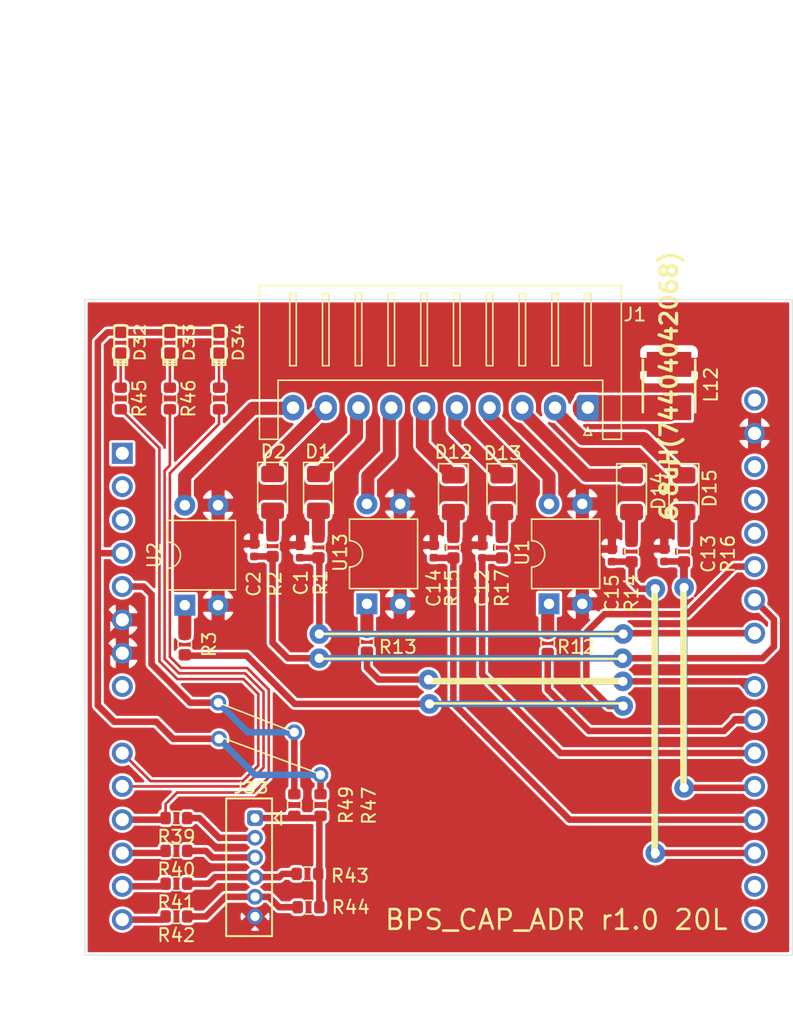
<source format=kicad_pcb>
(kicad_pcb (version 20171130) (host pcbnew "(5.1.7)-1")
  (layers (0 F.Cu signal) (31 B.Cu signal) (34 B.Paste user) (35 F.Paste user) (36 B.SilkS user) (37 F.SilkS user) (38 B.Mask user) (39 F.Mask user) (44 Edge.Cuts user))
  (net 0 "")
  (net 1 "Net-(A12-Pad16)")
  (net 2 "Net-(A12-Pad15)")
  (net 3 "Net-(A12-Pad14)")
  (net 4 "Net-(A12-Pad13)")
  (net 5 "Net-(A12-Pad28)")
  (net 6 "Net-(A12-Pad12)")
  (net 7 "Net-(A12-Pad27)")
  (net 8 "Net-(A12-Pad11)")
  (net 9 "Net-(A12-Pad26)")
  (net 10 "Net-(A12-Pad10)")
  (net 11 "Net-(A12-Pad25)")
  (net 12 "Net-(A12-Pad9)")
  (net 13 "Net-(A12-Pad24)")
  (net 14 "Net-(A12-Pad8)")
  (net 15 "Net-(A12-Pad23)")
  (net 16 GND)
  (net 17 "Net-(A12-Pad22)")
  (net 18 "Net-(A12-Pad21)")
  (net 19 "Net-(A12-Pad20)")
  (net 20 "Net-(A12-Pad19)")
  (net 21 "Net-(A12-Pad3)")
  (net 22 "Net-(A12-Pad18)")
  (net 23 "Net-(A12-Pad2)")
  (net 24 "Net-(A12-Pad17)")
  (net 25 "Net-(A12-Pad1)")
  (net 26 "Net-(A12-Pad30)")
  (net 27 "Net-(D12-Pad2)")
  (net 28 WhiteSensor)
  (net 29 "Net-(D13-Pad2)")
  (net 30 PassSensor_Area3)
  (net 31 "Net-(D14-Pad2)")
  (net 32 PE_Camera_B17)
  (net 33 "Net-(D15-Pad2)")
  (net 34 PassSensor_Area2)
  (net 35 AIR3_Y012)
  (net 36 DeviceGND)
  (net 37 AIR2_Y006)
  (net 38 "Net-(R12-Pad2)")
  (net 39 "Net-(R13-Pad2)")
  (net 40 "Net-(D1-Pad2)")
  (net 41 Sensor1)
  (net 42 "Net-(D2-Pad2)")
  (net 43 PassSensor_Area1)
  (net 44 "Net-(R3-Pad2)")
  (net 45 AIR1_Y005)
  (net 46 +5V)
  (net 47 +3V3)
  (net 48 "Net-(D32-Pad1)")
  (net 49 "Net-(D33-Pad1)")
  (net 50 "Net-(D34-Pad1)")
  (net 51 D19_A5)
  (net 52 D18_A4)
  (net 53 "Net-(J33-Pad1)")
  (net 54 D16_A2)
  (net 55 D17_A3)
  (module Resistor_SMD:R_0603_1608Metric (layer F.Cu) (at 89 138.25 90)
    (fp_text reference R49 (at 0 3.95 90) (layer F.SilkS))
    (fp_text value 0)
    (pad 2 smd roundrect (at 0.825 0 90) (size 0.8 0.95) (layers F.Cu F.Paste F.Mask) (net 46 +5V))
    (pad 1 smd roundrect (at -0.825 0 90) (size 0.8 0.95) (layers F.Cu F.Paste F.Mask) (net 53 "Net-(J33-Pad1)"))
  )
  (module Resistor_SMD:R_0603_1608Metric (layer F.Cu) (at 83.25 107.25 270)
    (fp_text reference R48 hide)
    (fp_text value 2.2k)
    (pad 2 smd roundrect (at 0.825 0 270) (size 0.8 0.95) (layers F.Cu F.Paste F.Mask) (net 8 "Net-(A12-Pad11)"))
    (pad 1 smd roundrect (at -0.825 0 270) (size 0.8 0.95) (layers F.Cu F.Paste F.Mask) (net 50 "Net-(D34-Pad1)"))
  )
  (module Resistor_SMD:R_0603_1608Metric (layer F.Cu) (at 91 138.25 90)
    (fp_text reference R47 (at -0.05 3.7 90) (layer F.SilkS))
    (fp_text value NC)
    (pad 2 smd roundrect (at 0.825 0 90) (size 0.8 0.95) (layers F.Cu F.Paste F.Mask) (net 47 +3V3))
    (pad 1 smd roundrect (at -0.825 0 90) (size 0.8 0.95) (layers F.Cu F.Paste F.Mask) (net 53 "Net-(J33-Pad1)"))
  )
  (module Resistor_SMD:R_0603_1608Metric (layer F.Cu) (at 79.5 107.25 270)
    (fp_text reference R46 (at 0 -1.43 90) (layer F.SilkS))
    (fp_text value 2.2k)
    (pad 2 smd roundrect (at 0.825 0 270) (size 0.8 0.95) (layers F.Cu F.Paste F.Mask) (net 10 "Net-(A12-Pad10)"))
    (pad 1 smd roundrect (at -0.825 0 270) (size 0.8 0.95) (layers F.Cu F.Paste F.Mask) (net 49 "Net-(D33-Pad1)"))
  )
  (module Resistor_SMD:R_0603_1608Metric (layer F.Cu) (at 75.75 107.25 270)
    (fp_text reference R45 (at 0 -1.43 90) (layer F.SilkS))
    (fp_text value 2.2k)
    (pad 2 smd roundrect (at 0.825 0 270) (size 0.8 0.95) (layers F.Cu F.Paste F.Mask) (net 12 "Net-(A12-Pad9)"))
    (pad 1 smd roundrect (at -0.825 0 270) (size 0.8 0.95) (layers F.Cu F.Paste F.Mask) (net 48 "Net-(D32-Pad1)"))
  )
  (module Resistor_SMD:R_0603_1608Metric (layer F.Cu) (at 90.085 146.045)
    (fp_text reference R44 (at 3.215 0.005) (layer F.SilkS))
    (fp_text value NC)
    (pad 2 smd roundrect (at 0.825 0) (size 0.8 0.95) (layers F.Cu F.Paste F.Mask) (net 53 "Net-(J33-Pad1)"))
    (pad 1 smd roundrect (at -0.825 0) (size 0.8 0.95) (layers F.Cu F.Paste F.Mask) (net 51 D19_A5))
  )
  (module Resistor_SMD:R_0603_1608Metric (layer F.Cu) (at 90 143.5)
    (fp_text reference R43 (at 3.25 0.15 180) (layer F.SilkS))
    (fp_text value NC)
    (pad 2 smd roundrect (at 0.825 0) (size 0.8 0.95) (layers F.Cu F.Paste F.Mask) (net 53 "Net-(J33-Pad1)"))
    (pad 1 smd roundrect (at -0.825 0) (size 0.8 0.95) (layers F.Cu F.Paste F.Mask) (net 52 D18_A4))
  )
  (module Resistor_SMD:R_0603_1608Metric (layer F.Cu) (at 80 146.75 180)
    (fp_text reference R42 (at 0 -1.43) (layer F.SilkS))
    (fp_text value 100)
    (pad 2 smd roundrect (at 0.825 0 180) (size 0.8 0.95) (layers F.Cu F.Paste F.Mask) (net 3 "Net-(A12-Pad14)"))
    (pad 1 smd roundrect (at -0.825 0 180) (size 0.8 0.95) (layers F.Cu F.Paste F.Mask) (net 51 D19_A5))
  )
  (module Resistor_SMD:R_0603_1608Metric (layer F.Cu) (at 80 144.25 180)
    (fp_text reference R41 (at 0 -1.43) (layer F.SilkS))
    (fp_text value 100)
    (pad 2 smd roundrect (at 0.825 0 180) (size 0.8 0.95) (layers F.Cu F.Paste F.Mask) (net 4 "Net-(A12-Pad13)"))
    (pad 1 smd roundrect (at -0.825 0 180) (size 0.8 0.95) (layers F.Cu F.Paste F.Mask) (net 52 D18_A4))
  )
  (module Resistor_SMD:R_0603_1608Metric (layer F.Cu) (at 80 141.75 180)
    (fp_text reference R40 (at 0 -1.43) (layer F.SilkS))
    (fp_text value 100)
    (pad 2 smd roundrect (at 0.825 0 180) (size 0.8 0.95) (layers F.Cu F.Paste F.Mask) (net 6 "Net-(A12-Pad12)"))
    (pad 1 smd roundrect (at -0.825 0 180) (size 0.8 0.95) (layers F.Cu F.Paste F.Mask) (net 55 D17_A3))
  )
  (module Resistor_SMD:R_0603_1608Metric (layer F.Cu) (at 80 139.25 180)
    (fp_text reference R39 (at 0 -1.43) (layer F.SilkS))
    (fp_text value 100)
    (pad 2 smd roundrect (at 0.825 0 180) (size 0.8 0.95) (layers F.Cu F.Paste F.Mask) (net 8 "Net-(A12-Pad11)"))
    (pad 1 smd roundrect (at -0.825 0 180) (size 0.8 0.95) (layers F.Cu F.Paste F.Mask) (net 54 D16_A2))
  )
  (module CapSorting:INDPM4040X180N (layer F.Cu) (at 117.6 106.3 270)
    (fp_text reference L12 (at -0.1 -3.2 90) (layer F.SilkS))
    (fp_text value "6.8uH(74404042068)" (at 0 0 90) (layer F.SilkS) (effects (font (size 1.27 1.27) (thickness 0.254))))
    (pad 1 smd rect (at -1.65 0 270) (size 1.9 3.4) (layers F.Cu F.Paste F.Mask) (net 16 GND))
    (pad 2 smd rect (at 1.65 0 270) (size 1.9 3.4) (layers F.Cu F.Paste F.Mask) (net 36 DeviceGND))
  )
  (module spot:ZH_B6B-ZR (layer F.Cu) (at 86 139.25 270)
    (fp_text reference J33 (at -2.3 0.3) (layer F.SilkS) (effects (font (size 0.8 1))))
    (fp_text value ZH_B6B-ZR)
    (pad 6 thru_hole circle (at 7.5 0 270) (size 1.2 1.2) (drill 0.7) (layers *.Cu *.Mask) (net 16 GND))
    (pad 5 thru_hole circle (at 6 0 270) (size 1.2 1.2) (drill 0.7) (layers *.Cu *.Mask) (net 51 D19_A5))
    (pad 4 thru_hole circle (at 4.5 0 270) (size 1.2 1.2) (drill 0.7) (layers *.Cu *.Mask) (net 52 D18_A4))
    (pad 1 thru_hole roundrect (at 0 0 270) (size 1.2 1.2) (drill 0.7) (layers *.Cu *.Mask) (net 53 "Net-(J33-Pad1)"))
    (pad 2 thru_hole circle (at 1.5 0 270) (size 1.2 1.2) (drill 0.7) (layers *.Cu *.Mask) (net 54 D16_A2))
    (pad 3 thru_hole circle (at 3 0 270) (size 1.2 1.2) (drill 0.7) (layers *.Cu *.Mask) (net 55 D17_A3))
  )
  (module Connector_JST:JST_XH_S10B-XH-A_1x10_P2.50mm_Horizontal (layer F.Cu) (at 111.4 107.95 180)
    (fp_text reference J1 (at -3.6 7.1) (layer F.SilkS))
    (fp_text value S10B-XH-A)
    (pad 10 thru_hole oval (at 22.5 0 180) (size 1.7 1.95) (drill 0.95) (layers *.Cu *.Mask) (net 45 AIR1_Y005))
    (pad 9 thru_hole oval (at 20 0 180) (size 1.7 1.95) (drill 0.95) (layers *.Cu *.Mask) (net 43 PassSensor_Area1))
    (pad 8 thru_hole oval (at 17.5 0 180) (size 1.7 1.95) (drill 0.95) (layers *.Cu *.Mask) (net 41 Sensor1))
    (pad 7 thru_hole oval (at 15 0 180) (size 1.7 1.95) (drill 0.95) (layers *.Cu *.Mask) (net 35 AIR3_Y012))
    (pad 6 thru_hole oval (at 12.5 0 180) (size 1.7 1.95) (drill 0.95) (layers *.Cu *.Mask) (net 28 WhiteSensor))
    (pad 5 thru_hole oval (at 10 0 180) (size 1.7 1.95) (drill 0.95) (layers *.Cu *.Mask) (net 30 PassSensor_Area3))
    (pad 4 thru_hole oval (at 7.5 0 180) (size 1.7 1.95) (drill 0.95) (layers *.Cu *.Mask) (net 37 AIR2_Y006))
    (pad 3 thru_hole oval (at 5 0 180) (size 1.7 1.95) (drill 0.95) (layers *.Cu *.Mask) (net 32 PE_Camera_B17))
    (pad 2 thru_hole oval (at 2.5 0 180) (size 1.7 1.95) (drill 0.95) (layers *.Cu *.Mask) (net 34 PassSensor_Area2))
    (pad 1 thru_hole roundrect (at 0 0 180) (size 1.7 1.95) (drill 0.95) (layers *.Cu *.Mask) (roundrect_rratio 0.1470588235294118) (net 36 DeviceGND))
  )
  (module spot:LED1608 (layer F.Cu) (at 83.25 103 270)
    (fp_text reference D34 (at -0.025 -1.475 90) (layer F.SilkS) (effects (font (size 0.8 1))))
    (fp_text value LED)
    (pad 1 smd roundrect (at 0.7875 0 270) (size 0.875 0.95) (layers F.Cu F.Paste F.Mask) (net 50 "Net-(D34-Pad1)"))
    (pad 2 smd roundrect (at -0.7875 0 270) (size 0.875 0.95) (layers F.Cu F.Paste F.Mask) (net 47 +3V3))
  )
  (module spot:LED1608 (layer F.Cu) (at 79.5 103 270)
    (fp_text reference D33 (at -0.025 -1.475 90) (layer F.SilkS) (effects (font (size 0.8 1))))
    (fp_text value LED)
    (pad 1 smd roundrect (at 0.7875 0 270) (size 0.875 0.95) (layers F.Cu F.Paste F.Mask) (net 49 "Net-(D33-Pad1)"))
    (pad 2 smd roundrect (at -0.7875 0 270) (size 0.875 0.95) (layers F.Cu F.Paste F.Mask) (net 47 +3V3))
  )
  (module spot:LED1608 (layer F.Cu) (at 75.75 103 270)
    (fp_text reference D32 (at -0.025 -1.475 90) (layer F.SilkS) (effects (font (size 0.8 1))))
    (fp_text value LED)
    (pad 1 smd roundrect (at 0.7875 0 270) (size 0.875 0.95) (layers F.Cu F.Paste F.Mask) (net 48 "Net-(D32-Pad1)"))
    (pad 2 smd roundrect (at -0.7875 0 270) (size 0.875 0.95) (layers F.Cu F.Paste F.Mask) (net 47 +3V3))
  )
  (module Package_DIP:DIP-4_W7.62mm (layer F.Cu) (at 80.64 123.01 90)
    (fp_text reference U2 (at 3.81 -2.33 90) (layer F.SilkS))
    (fp_text value TLP785)
    (pad 1 thru_hole rect (at 0 0 90) (size 1.6 1.6) (drill 0.8) (layers *.Cu *.Mask) (net 44 "Net-(R3-Pad2)"))
    (pad 3 thru_hole oval (at 7.62 2.54 90) (size 1.6 1.6) (drill 0.8) (layers *.Cu *.Mask) (net 16 GND))
    (pad 2 thru_hole oval (at 0 2.54 90) (size 1.6 1.6) (drill 0.8) (layers *.Cu *.Mask) (net 16 GND))
    (pad 4 thru_hole oval (at 7.62 0 90) (size 1.6 1.6) (drill 0.8) (layers *.Cu *.Mask) (net 45 AIR1_Y005))
  )
  (module Resistor_SMD:R_0603_1608Metric (layer F.Cu) (at 80.64 126.01 90)
    (fp_text reference R3 (at 0.01 1.86 90) (layer F.SilkS))
    (fp_text value 1k)
    (pad 1 smd roundrect (at -0.7875 0 90) (size 0.875 0.95) (layers F.Cu F.Paste F.Mask) (net 11 "Net-(A12-Pad25)"))
    (pad 2 smd roundrect (at 0.7875 0 90) (size 0.875 0.95) (layers F.Cu F.Paste F.Mask) (net 44 "Net-(R3-Pad2)"))
  )
  (module Resistor_SMD:R_0603_1608Metric (layer F.Cu) (at 87.34 118.51 90)
    (fp_text reference R2 (at -2.89 0.16 90) (layer F.SilkS))
    (fp_text value 1k)
    (pad 1 smd roundrect (at -0.7875 0 90) (size 0.875 0.95) (layers F.Cu F.Paste F.Mask) (net 13 "Net-(A12-Pad24)"))
    (pad 2 smd roundrect (at 0.7875 0 90) (size 0.875 0.95) (layers F.Cu F.Paste F.Mask) (net 42 "Net-(D2-Pad2)"))
  )
  (module Resistor_SMD:R_0603_1608Metric (layer F.Cu) (at 90.84 118.61 90)
    (fp_text reference R1 (at -2.69 0.16 90) (layer F.SilkS))
    (fp_text value 1k)
    (pad 1 smd roundrect (at -0.7875 0 90) (size 0.875 0.95) (layers F.Cu F.Paste F.Mask) (net 15 "Net-(A12-Pad23)"))
    (pad 2 smd roundrect (at 0.7875 0 90) (size 0.875 0.95) (layers F.Cu F.Paste F.Mask) (net 40 "Net-(D1-Pad2)"))
  )
  (module Diode_SMD:D_1206_3216Metric (layer F.Cu) (at 87.34 114.41 270)
    (fp_text reference D2 (at -3.11 -0.06 180) (layer F.SilkS))
    (fp_text value RB060M-60TR)
    (pad 1 smd roundrect (at -1.4 0 270) (size 1.25 1.75) (layers F.Cu F.Paste F.Mask) (roundrect_rratio 0.2) (net 43 PassSensor_Area1))
    (pad 2 smd roundrect (at 1.4 0 270) (size 1.25 1.75) (layers F.Cu F.Paste F.Mask) (roundrect_rratio 0.2) (net 42 "Net-(D2-Pad2)"))
  )
  (module Diode_SMD:D_1206_3216Metric (layer F.Cu) (at 90.84 114.41 270)
    (fp_text reference D1 (at -3.11 0.04) (layer F.SilkS))
    (fp_text value RB060M-60TR)
    (pad 1 smd roundrect (at -1.4 0 270) (size 1.25 1.75) (layers F.Cu F.Paste F.Mask) (roundrect_rratio 0.2) (net 41 Sensor1))
    (pad 2 smd roundrect (at 1.4 0 270) (size 1.25 1.75) (layers F.Cu F.Paste F.Mask) (roundrect_rratio 0.2) (net 40 "Net-(D1-Pad2)"))
  )
  (module Resistor_SMD:R_0402_1005Metric (layer F.Cu) (at 85.94 118.81 90)
    (fp_text reference C2 (at -2.59 -0.04 90) (layer F.SilkS))
    (fp_text value 0.22u)
    (pad 1 smd roundrect (at -0.485 0 90) (size 0.59 0.64) (layers F.Cu F.Paste F.Mask) (net 13 "Net-(A12-Pad24)"))
    (pad 2 smd roundrect (at 0.485 0 90) (size 0.59 0.64) (layers F.Cu F.Paste F.Mask) (net 16 GND))
  )
  (module Resistor_SMD:R_0402_1005Metric (layer F.Cu) (at 89.44 118.91 90)
    (fp_text reference C1 (at -2.39 0.06 90) (layer F.SilkS))
    (fp_text value 0.22u)
    (pad 1 smd roundrect (at -0.485 0 90) (size 0.59 0.64) (layers F.Cu F.Paste F.Mask) (net 15 "Net-(A12-Pad23)"))
    (pad 2 smd roundrect (at 0.485 0 90) (size 0.59 0.64) (layers F.Cu F.Paste F.Mask) (net 16 GND))
  )
  (module Module:Arduino_UNO_R2 (layer B.Cu) (at 100 100 180)
    (fp_text reference A12 hide)
    (fp_text value Arduino_UNO_R3 hide)
    (pad 30 thru_hole oval (at -24.13 -7.37 180) (size 1.6 1.6) (drill 1) (layers *.Cu *.Mask) (net 26 "Net-(A12-Pad30)"))
    (pad 17 thru_hole oval (at -24.13 -41.91 180) (size 1.6 1.6) (drill 1) (layers *.Cu *.Mask) (net 24 "Net-(A12-Pad17)"))
    (pad 25 thru_hole oval (at -24.13 -20.07 180) (size 1.6 1.6) (drill 1) (layers *.Cu *.Mask) (net 11 "Net-(A12-Pad25)"))
    (pad 6 thru_hole oval (at 24.13 -24.13 180) (size 1.6 1.6) (drill 1) (layers *.Cu *.Mask) (net 16 GND))
    (pad 10 thru_hole oval (at 24.13 -36.83 180) (size 1.6 1.6) (drill 1) (layers *.Cu *.Mask) (net 10 "Net-(A12-Pad10)"))
    (pad 15 thru_hole oval (at -24.13 -46.99 180) (size 1.6 1.6) (drill 1) (layers *.Cu *.Mask) (net 2 "Net-(A12-Pad15)"))
    (pad 29 thru_hole oval (at -24.13 -9.91 180) (size 1.6 1.6) (drill 1) (layers *.Cu *.Mask) (net 16 GND))
    (pad 20 thru_hole oval (at -24.13 -34.29 180) (size 1.6 1.6) (drill 1) (layers *.Cu *.Mask) (net 19 "Net-(A12-Pad20)"))
    (pad 7 thru_hole oval (at 24.13 -26.67 180) (size 1.6 1.6) (drill 1) (layers *.Cu *.Mask) (net 16 GND))
    (pad 5 thru_hole oval (at 24.13 -21.59 180) (size 1.6 1.6) (drill 1) (layers *.Cu *.Mask) (net 46 +5V))
    (pad 12 thru_hole oval (at 24.13 -41.91 180) (size 1.6 1.6) (drill 1) (layers *.Cu *.Mask) (net 6 "Net-(A12-Pad12)"))
    (pad 4 thru_hole oval (at 24.13 -19.05 180) (size 1.6 1.6) (drill 1) (layers *.Cu *.Mask) (net 47 +3V3))
    (pad 28 thru_hole oval (at -24.13 -12.45 180) (size 1.6 1.6) (drill 1) (layers *.Cu *.Mask) (net 5 "Net-(A12-Pad28)"))
    (pad 14 thru_hole oval (at 24.13 -46.99 180) (size 1.6 1.6) (drill 1) (layers *.Cu *.Mask) (net 3 "Net-(A12-Pad14)"))
    (pad 26 thru_hole oval (at -24.13 -17.53 180) (size 1.6 1.6) (drill 1) (layers *.Cu *.Mask) (net 9 "Net-(A12-Pad26)"))
    (pad 11 thru_hole oval (at 24.13 -39.37 180) (size 1.6 1.6) (drill 1) (layers *.Cu *.Mask) (net 8 "Net-(A12-Pad11)"))
    (pad 24 thru_hole oval (at -24.13 -22.61 180) (size 1.6 1.6) (drill 1) (layers *.Cu *.Mask) (net 13 "Net-(A12-Pad24)"))
    (pad 16 thru_hole oval (at -24.13 -44.45 180) (size 1.6 1.6) (drill 1) (layers *.Cu *.Mask) (net 1 "Net-(A12-Pad16)"))
    (pad 13 thru_hole oval (at 24.13 -44.45 180) (size 1.6 1.6) (drill 1) (layers *.Cu *.Mask) (net 4 "Net-(A12-Pad13)"))
    (pad 8 thru_hole oval (at 24.13 -29.21 180) (size 1.6 1.6) (drill 1) (layers *.Cu *.Mask) (net 14 "Net-(A12-Pad8)"))
    (pad 2 thru_hole oval (at 24.13 -13.97 180) (size 1.6 1.6) (drill 1) (layers *.Cu *.Mask) (net 23 "Net-(A12-Pad2)"))
    (pad 18 thru_hole oval (at -24.13 -39.37 180) (size 1.6 1.6) (drill 1) (layers *.Cu *.Mask) (net 22 "Net-(A12-Pad18)"))
    (pad 27 thru_hole oval (at -24.13 -14.99 180) (size 1.6 1.6) (drill 1) (layers *.Cu *.Mask) (net 7 "Net-(A12-Pad27)"))
    (pad 9 thru_hole oval (at 24.13 -34.29 180) (size 1.6 1.6) (drill 1) (layers *.Cu *.Mask) (net 12 "Net-(A12-Pad9)"))
    (pad 23 thru_hole oval (at -24.13 -25.15 180) (size 1.6 1.6) (drill 1) (layers *.Cu *.Mask) (net 15 "Net-(A12-Pad23)"))
    (pad 3 thru_hole oval (at 24.13 -16.51 180) (size 1.6 1.6) (drill 1) (layers *.Cu *.Mask) (net 21 "Net-(A12-Pad3)"))
    (pad 21 thru_hole oval (at -24.13 -31.75 180) (size 1.6 1.6) (drill 1) (layers *.Cu *.Mask) (net 18 "Net-(A12-Pad21)"))
    (pad 19 thru_hole oval (at -24.13 -36.83 180) (size 1.6 1.6) (drill 1) (layers *.Cu *.Mask) (net 20 "Net-(A12-Pad19)"))
    (pad 22 thru_hole oval (at -24.13 -29.21 180) (size 1.6 1.6) (drill 1) (layers *.Cu *.Mask) (net 17 "Net-(A12-Pad22)"))
    (pad 1 thru_hole rect (at 24.13 -11.43 180) (size 1.6 1.6) (drill 1) (layers *.Cu *.Mask) (net 25 "Net-(A12-Pad1)"))
  )
  (module Resistor_SMD:R_0603_1608Metric (layer F.Cu) (at 104.84 118.6225 90)
    (fp_text reference R17 (at -3.0875 0 270) (layer F.SilkS))
    (fp_text value 1k)
    (pad 1 smd roundrect (at -0.7875 0 90) (size 0.875 0.95) (layers F.Cu F.Paste F.Mask) (net 19 "Net-(A12-Pad20)"))
    (pad 2 smd roundrect (at 0.7875 0 90) (size 0.875 0.95) (layers F.Cu F.Paste F.Mask) (net 29 "Net-(D13-Pad2)"))
  )
  (module Resistor_SMD:R_0603_1608Metric (layer F.Cu) (at 118.74 118.9225 90)
    (fp_text reference R16 (at -0.1775 3.36 270) (layer F.SilkS))
    (fp_text value 1k)
    (pad 1 smd roundrect (at -0.7875 0 90) (size 0.875 0.95) (layers F.Cu F.Paste F.Mask) (net 20 "Net-(A12-Pad19)"))
    (pad 2 smd roundrect (at 0.7875 0 90) (size 0.875 0.95) (layers F.Cu F.Paste F.Mask) (net 33 "Net-(D15-Pad2)"))
  )
  (module Resistor_SMD:R_0603_1608Metric (layer F.Cu) (at 101.14 118.6225 90)
    (fp_text reference R15 (at -3.0875 -0.1 270) (layer F.SilkS))
    (fp_text value 1k)
    (pad 1 smd roundrect (at -0.7875 0 90) (size 0.875 0.95) (layers F.Cu F.Paste F.Mask) (net 22 "Net-(A12-Pad18)"))
    (pad 2 smd roundrect (at 0.7875 0 90) (size 0.875 0.95) (layers F.Cu F.Paste F.Mask) (net 27 "Net-(D12-Pad2)"))
  )
  (module Resistor_SMD:R_0603_1608Metric (layer F.Cu) (at 114.74 118.9225 90)
    (fp_text reference R14 (at -3.1875 0 270) (layer F.SilkS))
    (fp_text value 1k)
    (pad 1 smd roundrect (at -0.7875 0 90) (size 0.875 0.95) (layers F.Cu F.Paste F.Mask) (net 24 "Net-(A12-Pad17)"))
    (pad 2 smd roundrect (at 0.7875 0 90) (size 0.875 0.95) (layers F.Cu F.Paste F.Mask) (net 31 "Net-(D14-Pad2)"))
  )
  (module Resistor_SMD:R_0603_1608Metric (layer F.Cu) (at 94.54 125.81 90)
    (fp_text reference R13 (at -0.39 2.36) (layer F.SilkS))
    (fp_text value 1k)
    (pad 1 smd roundrect (at -0.7875 0 90) (size 0.875 0.95) (layers F.Cu F.Paste F.Mask) (net 17 "Net-(A12-Pad22)"))
    (pad 2 smd roundrect (at 0.7875 0 90) (size 0.875 0.95) (layers F.Cu F.Paste F.Mask) (net 39 "Net-(R13-Pad2)"))
  )
  (module Resistor_SMD:R_0603_1608Metric (layer F.Cu) (at 108.34 125.91 90)
    (fp_text reference R12 (at -0.29 2.16 180) (layer F.SilkS))
    (fp_text value 1k)
    (pad 1 smd roundrect (at -0.7875 0 90) (size 0.875 0.95) (layers F.Cu F.Paste F.Mask) (net 18 "Net-(A12-Pad21)"))
    (pad 2 smd roundrect (at 0.7875 0 90) (size 0.875 0.95) (layers F.Cu F.Paste F.Mask) (net 38 "Net-(R12-Pad2)"))
  )
  (module Package_DIP:DIP-4_W7.62mm (layer F.Cu) (at 94.54 122.91 90)
    (fp_text reference U13 (at 3.91 -2.04 90) (layer F.SilkS))
    (fp_text value TLP785)
    (pad 1 thru_hole rect (at 0 0 90) (size 1.6 1.6) (drill 0.8) (layers *.Cu *.Mask) (net 39 "Net-(R13-Pad2)"))
    (pad 3 thru_hole oval (at 7.62 2.54 90) (size 1.6 1.6) (drill 0.8) (layers *.Cu *.Mask) (net 16 GND))
    (pad 2 thru_hole oval (at 0 2.54 90) (size 1.6 1.6) (drill 0.8) (layers *.Cu *.Mask) (net 16 GND))
    (pad 4 thru_hole oval (at 7.62 0 90) (size 1.6 1.6) (drill 0.8) (layers *.Cu *.Mask) (net 35 AIR3_Y012))
  )
  (module Package_DIP:DIP-4_W7.62mm (layer F.Cu) (at 108.44 122.91 90)
    (fp_text reference U1 (at 3.91 -2.04 90) (layer F.SilkS))
    (fp_text value TLP785)
    (pad 1 thru_hole rect (at 0 0 90) (size 1.6 1.6) (drill 0.8) (layers *.Cu *.Mask) (net 38 "Net-(R12-Pad2)"))
    (pad 3 thru_hole oval (at 7.62 2.54 90) (size 1.6 1.6) (drill 0.8) (layers *.Cu *.Mask) (net 16 GND))
    (pad 2 thru_hole oval (at 0 2.54 90) (size 1.6 1.6) (drill 0.8) (layers *.Cu *.Mask) (net 16 GND))
    (pad 4 thru_hole oval (at 7.62 0 90) (size 1.6 1.6) (drill 0.8) (layers *.Cu *.Mask) (net 37 AIR2_Y006))
  )
  (module Diode_SMD:D_1206_3216Metric (layer F.Cu) (at 118.74 114.51 270)
    (fp_text reference D15 (at -0.41 -1.96 270) (layer F.SilkS))
    (fp_text value RB060M-60TR)
    (pad 1 smd roundrect (at -1.4 0 270) (size 1.25 1.75) (layers F.Cu F.Paste F.Mask) (roundrect_rratio 0.2) (net 34 PassSensor_Area2))
    (pad 2 smd roundrect (at 1.4 0 270) (size 1.25 1.75) (layers F.Cu F.Paste F.Mask) (roundrect_rratio 0.2) (net 33 "Net-(D15-Pad2)"))
  )
  (module Diode_SMD:D_1206_3216Metric (layer F.Cu) (at 114.74 114.51 270)
    (fp_text reference D14 (at -0.21 -2.06 270) (layer F.SilkS))
    (fp_text value RB060M-60TR)
    (pad 2 smd roundrect (at 1.4 0 270) (size 1.25 1.75) (layers F.Cu F.Paste F.Mask) (roundrect_rratio 0.2) (net 31 "Net-(D14-Pad2)"))
    (pad 1 smd roundrect (at -1.4 0 270) (size 1.25 1.75) (layers F.Cu F.Paste F.Mask) (roundrect_rratio 0.2) (net 32 PE_Camera_B17))
  )
  (module Diode_SMD:D_1206_3216Metric (layer F.Cu) (at 104.84 114.51 270)
    (fp_text reference D13 (at -3.085 -0.06) (layer F.SilkS))
    (fp_text value RB060M-60TR)
    (pad 1 smd roundrect (at -1.4 0 270) (size 1.25 1.75) (layers F.Cu F.Paste F.Mask) (roundrect_rratio 0.2) (net 30 PassSensor_Area3))
    (pad 2 smd roundrect (at 1.4 0 270) (size 1.25 1.75) (layers F.Cu F.Paste F.Mask) (roundrect_rratio 0.2) (net 29 "Net-(D13-Pad2)"))
  )
  (module Diode_SMD:D_1206_3216Metric (layer F.Cu) (at 101.14 114.51 270)
    (fp_text reference D12 (at -3.185 -0.01 180) (layer F.SilkS))
    (fp_text value RB060M-60TR)
    (pad 1 smd roundrect (at -1.4 0 270) (size 1.25 1.75) (layers F.Cu F.Paste F.Mask) (roundrect_rratio 0.2) (net 28 WhiteSensor))
    (pad 2 smd roundrect (at 1.4 0 270) (size 1.25 1.75) (layers F.Cu F.Paste F.Mask) (roundrect_rratio 0.2) (net 27 "Net-(D12-Pad2)"))
  )
  (module Resistor_SMD:R_0402_1005Metric (layer F.Cu) (at 113.24 119.21 90)
    (fp_text reference C15 (at -2.9 0 270) (layer F.SilkS))
    (fp_text value 0.22u)
    (pad 1 smd roundrect (at -0.485 0 90) (size 0.59 0.64) (layers F.Cu F.Paste F.Mask) (net 24 "Net-(A12-Pad17)"))
    (pad 2 smd roundrect (at 0.485 0 90) (size 0.59 0.64) (layers F.Cu F.Paste F.Mask) (net 16 GND))
  )
  (module Resistor_SMD:R_0402_1005Metric (layer F.Cu) (at 99.64 118.91 90)
    (fp_text reference C14 (at -2.8 0 270) (layer F.SilkS))
    (fp_text value 0.22u)
    (pad 1 smd roundrect (at -0.485 0 90) (size 0.59 0.64) (layers F.Cu F.Paste F.Mask) (net 22 "Net-(A12-Pad18)"))
    (pad 2 smd roundrect (at 0.485 0 90) (size 0.59 0.64) (layers F.Cu F.Paste F.Mask) (net 16 GND))
  )
  (module Resistor_SMD:R_0402_1005Metric (layer F.Cu) (at 117.24 119.195 90)
    (fp_text reference C13 (at 0.095 3.36 270) (layer F.SilkS))
    (fp_text value 0.22u)
    (pad 1 smd roundrect (at -0.485 0 90) (size 0.59 0.64) (layers F.Cu F.Paste F.Mask) (net 20 "Net-(A12-Pad19)"))
    (pad 2 smd roundrect (at 0.485 0 90) (size 0.59 0.64) (layers F.Cu F.Paste F.Mask) (net 16 GND))
  )
  (module Resistor_SMD:R_0402_1005Metric (layer F.Cu) (at 103.34 118.925 90)
    (fp_text reference C12 (at -2.785 0 270) (layer F.SilkS))
    (fp_text value 0.22u)
    (pad 1 smd roundrect (at -0.485 0 90) (size 0.59 0.64) (layers F.Cu F.Paste F.Mask) (net 19 "Net-(A12-Pad20)"))
    (pad 2 smd roundrect (at 0.485 0 90) (size 0.59 0.64) (layers F.Cu F.Paste F.Mask) (net 16 GND))
  )
  (gr_text "BPS_CAP_ADR r1.0 20L" (at 109 147) (layer F.SilkS) (effects (font (size 1.5 1.5) (thickness 0.2))))
  (gr_line (start 91 135.9) (end 83.3 133.05) (layer F.SilkS) (width 0.12))
  (gr_line (start 89 132.7) (end 83.2 130.45) (layer F.SilkS) (width 0.12))
  (gr_line (start 114.1 128.8) (end 99.2 128.8) (layer F.SilkS) (width 0.5))
  (gr_line (start 99.3 130.5) (end 114.2 130.5) (layer F.SilkS) (width 0.2))
  (gr_line (start 90.9 127.1) (end 114.1 127.1) (layer F.SilkS) (width 0.2))
  (gr_line (start 114.1 125.2) (end 90.9 125.2) (layer F.SilkS) (width 0.2))
  (gr_line (start 118.7 121.7) (end 118.7 137) (layer F.SilkS) (width 0.5))
  (gr_line (start 116.5 121.7) (end 116.5 142.1) (layer F.SilkS) (width 0.5))
  (gr_line (start 127 149.7) (end 127 99.7) (layer Edge.Cuts) (width 0.05))
  (gr_line (start 73 149.7) (end 73 99.7) (layer Edge.Cuts) (width 0.05))
  (gr_line (start 73.7 149.7) (end 73 149.7) (layer Edge.Cuts) (width 0.05))
  (gr_line (start 127 149.7) (end 73.7 149.7) (layer Edge.Cuts) (width 0.05))
  (gr_line (start 73 99.7) (end 127 99.7) (layer Edge.Cuts) (width 0.05))
  (segment (start 78.935 146.99) (end 79.175 146.75) (width 0.5) (layer F.Cu) (net 3))
  (segment (start 75.87 146.99) (end 78.935 146.99) (width 0.5) (layer F.Cu) (net 3))
  (segment (start 78.975 144.45) (end 79.175 144.25) (width 0.5) (layer F.Cu) (net 4))
  (segment (start 75.87 144.45) (end 78.975 144.45) (width 0.5) (layer F.Cu) (net 4))
  (segment (start 79.015 141.91) (end 79.175 141.75) (width 0.5) (layer F.Cu) (net 6))
  (segment (start 75.87 141.91) (end 79.015 141.91) (width 0.5) (layer F.Cu) (net 6))
  (segment (start 75.87 139.37) (end 79.055 139.37) (width 0.5) (layer F.Cu) (net 8))
  (segment (start 79.175 139.25) (end 79.175 138.175) (width 0.2) (layer F.Cu) (net 8))
  (segment (start 79.175 138.175) (end 80.05 137.3) (width 0.2) (layer F.Cu) (net 8))
  (segment (start 80.05 137.3) (end 85.9 137.3) (width 0.2) (layer F.Cu) (net 8))
  (segment (start 85.9 137.3) (end 87.05 136.15) (width 0.2) (layer F.Cu) (net 8))
  (segment (start 87.05 136.15) (end 87.05 129.45) (width 0.2) (layer F.Cu) (net 8))
  (segment (start 87.05 129.45) (end 85.4 127.8) (width 0.2) (layer F.Cu) (net 8))
  (segment (start 85.4 127.8) (end 80.35 127.8) (width 0.2) (layer F.Cu) (net 8))
  (segment (start 80.35 127.8) (end 79.5 126.95) (width 0.2) (layer F.Cu) (net 8))
  (segment (start 79.5 126.95) (end 79.5 112.95) (width 0.2) (layer F.Cu) (net 8))
  (segment (start 83.25 109.2) (end 83.25 108.075) (width 0.2) (layer F.Cu) (net 8))
  (segment (start 79.5 112.95) (end 83.25 109.2) (width 0.2) (layer F.Cu) (net 8))
  (segment (start 79.5 108.075) (end 79.5 112.35) (width 0.2) (layer F.Cu) (net 10))
  (segment (start 79.5 112.35) (end 79.1 112.75) (width 0.2) (layer F.Cu) (net 10))
  (segment (start 79.1 112.75) (end 79.1 127.115698) (width 0.2) (layer F.Cu) (net 10))
  (segment (start 79.1 127.115698) (end 80.192151 128.207849) (width 0.2) (layer F.Cu) (net 10))
  (segment (start 80.192151 128.207849) (end 85.242151 128.207849) (width 0.2) (layer F.Cu) (net 10))
  (segment (start 85.242151 128.207849) (end 86.64999 129.615688) (width 0.2) (layer F.Cu) (net 10))
  (segment (start 86.64999 129.615688) (end 86.64999 135.40001) (width 0.2) (layer F.Cu) (net 10))
  (segment (start 85.22 136.83) (end 75.87 136.83) (width 0.2) (layer F.Cu) (net 10))
  (segment (start 86.64999 135.40001) (end 85.22 136.83) (width 0.2) (layer F.Cu) (net 10))
  (segment (start 114.11 130.54) (end 99.32 130.54) (width 0.5) (layer B.Cu) (net 11))
  (segment (start 99.32 130.54) (end 99.32 130.54) (width 0.5) (layer B.Cu) (net 11))
  (via (at 99.32 130.54) (size 1.5) (drill 0.7) (layers F.Cu B.Cu) (net 11))
  (segment (start 99.32 130.54) (end 89.03 130.54) (width 0.5) (layer F.Cu) (net 11))
  (segment (start 89.03 130.54) (end 85.35 126.86) (width 0.5) (layer F.Cu) (net 11))
  (segment (start 85.35 126.86) (end 80.68 126.86) (width 0.5) (layer F.Cu) (net 11))
  (segment (start 122.6 120.07) (end 124.13 120.07) (width 0.5) (layer F.Cu) (net 11))
  (segment (start 118.97 123.7) (end 122.6 120.07) (width 0.5) (layer F.Cu) (net 11))
  (segment (start 111.29 125.1) (end 112.69 123.7) (width 0.5) (layer F.Cu) (net 11))
  (segment (start 111.29 128.99) (end 111.29 125.1) (width 0.5) (layer F.Cu) (net 11))
  (segment (start 112.84 130.54) (end 111.29 128.99) (width 0.5) (layer F.Cu) (net 11))
  (segment (start 112.69 123.7) (end 118.97 123.7) (width 0.5) (layer F.Cu) (net 11))
  (segment (start 114.11 130.54) (end 112.84 130.54) (width 0.5) (layer F.Cu) (net 11))
  (via (at 114.1 130.7) (size 1.5) (drill 0.7) (layers F.Cu B.Cu) (net 11))
  (segment (start 113 130.7) (end 112.84 130.54) (width 0.5) (layer F.Cu) (net 11))
  (segment (start 114.1 130.7) (end 113 130.7) (width 0.5) (layer F.Cu) (net 11))
  (segment (start 75.87 134.29) (end 75.89 134.29) (width 0.2) (layer F.Cu) (net 12))
  (segment (start 75.89 134.29) (end 78.02999 136.42999) (width 0.2) (layer F.Cu) (net 12))
  (segment (start 78.02999 136.42999) (end 85.054312 136.42999) (width 0.2) (layer F.Cu) (net 12))
  (segment (start 85.054312 136.42999) (end 86.24998 135.234322) (width 0.2) (layer F.Cu) (net 12))
  (segment (start 86.24998 135.234322) (end 86.24998 129.781376) (width 0.2) (layer F.Cu) (net 12))
  (segment (start 86.24998 129.781376) (end 85.118604 128.65) (width 0.2) (layer F.Cu) (net 12))
  (segment (start 85.118604 128.65) (end 80.068604 128.65) (width 0.2) (layer F.Cu) (net 12))
  (segment (start 80.068604 128.65) (end 78.69999 127.281386) (width 0.2) (layer F.Cu) (net 12))
  (segment (start 78.69999 111.02499) (end 75.75 108.075) (width 0.2) (layer F.Cu) (net 12))
  (segment (start 78.69999 127.281386) (end 78.69999 111.02499) (width 0.2) (layer F.Cu) (net 12))
  (segment (start 85.94 119.295) (end 87.285 119.295) (width 0.5) (layer F.Cu) (net 13))
  (segment (start 90.9 127.06) (end 90.9 127.06) (width 0.5) (layer B.Cu) (net 13))
  (via (at 90.9 127.06) (size 1.5) (drill 0.7) (layers F.Cu B.Cu) (net 13))
  (segment (start 87.34 119.2975) (end 87.34 125.88) (width 0.5) (layer F.Cu) (net 13))
  (segment (start 88.52 127.06) (end 90.9 127.06) (width 0.5) (layer F.Cu) (net 13))
  (segment (start 87.34 125.88) (end 88.52 127.06) (width 0.5) (layer F.Cu) (net 13))
  (via (at 114.05 127.06) (size 1.5) (drill 0.7) (layers F.Cu B.Cu) (net 13))
  (segment (start 124.13 122.62) (end 124.13 122.61) (width 0.5) (layer F.Cu) (net 13))
  (segment (start 114.05 127.06) (end 124.73 127.06) (width 0.5) (layer F.Cu) (net 13))
  (segment (start 124.73 127.06) (end 125.61 126.18) (width 0.5) (layer F.Cu) (net 13))
  (segment (start 125.61 126.18) (end 125.61 124.1) (width 0.5) (layer F.Cu) (net 13))
  (segment (start 125.61 124.1) (end 124.13 122.62) (width 0.5) (layer F.Cu) (net 13))
  (segment (start 114.05 127.06) (end 90.9 127.06) (width 0.5) (layer B.Cu) (net 13))
  (segment (start 90.84 119.3975) (end 89.5625 119.3975) (width 0.5) (layer F.Cu) (net 15))
  (segment (start 90.91 125.21) (end 90.87 125.21) (width 0.5) (layer B.Cu) (net 15))
  (via (at 90.91 125.21) (size 1.5) (drill 0.7) (layers F.Cu B.Cu) (net 15))
  (segment (start 90.91 125.21) (end 90.91 119.44) (width 0.5) (layer F.Cu) (net 15))
  (segment (start 114.1 125.21) (end 90.91 125.21) (width 0.5) (layer B.Cu) (net 15))
  (via (at 114.1 125.21) (size 1.5) (drill 0.7) (layers F.Cu B.Cu) (net 15))
  (segment (start 114.16 125.15) (end 114.1 125.21) (width 0.5) (layer F.Cu) (net 15))
  (segment (start 124.13 125.15) (end 114.16 125.15) (width 0.5) (layer F.Cu) (net 15))
  (segment (start 75.87 124.13) (end 75.23 124.13) (width 0.5) (layer F.Cu) (net 16))
  (segment (start 75.23 124.13) (end 74.7 123.6) (width 0.5) (layer F.Cu) (net 16))
  (segment (start 75.87 124.13) (end 75.87 124.43) (width 0.5) (layer F.Cu) (net 16))
  (segment (start 75.87 124.13) (end 75.87 124.48) (width 0.5) (layer F.Cu) (net 16))
  (segment (start 75.87 124.48) (end 75.1 125.25) (width 0.5) (layer F.Cu) (net 16))
  (segment (start 75.87 126.67) (end 75.19501 126.67) (width 0.5) (layer F.Cu) (net 16))
  (segment (start 75.19501 126.67) (end 74.70001 126.175) (width 0.5) (layer F.Cu) (net 16))
  (segment (start 74.70001 126.175) (end 74.70001 127.925) (width 0.5) (layer F.Cu) (net 16))
  (segment (start 74.70001 127.925) (end 74.70001 127.97501) (width 0.5) (layer F.Cu) (net 16))
  (segment (start 74.7 123.6) (end 74.7 125.45) (width 0.5) (layer F.Cu) (net 16))
  (segment (start 99.34 129.21) (end 99.34 129.21) (width 0.5) (layer B.Cu) (net 17))
  (via (at 99.24 128.68) (size 1.5) (drill 0.7) (layers F.Cu B.Cu) (net 17))
  (via (at 114.08 128.82) (size 1.5) (drill 0.7) (layers F.Cu B.Cu) (net 17))
  (segment (start 99.38 128.82) (end 99.24 128.68) (width 0.5) (layer B.Cu) (net 17))
  (segment (start 114.08 128.82) (end 99.38 128.82) (width 0.5) (layer B.Cu) (net 17))
  (segment (start 124.13 129.21) (end 123.97 129.21) (width 0.5) (layer F.Cu) (net 17))
  (segment (start 123.97 129.21) (end 123.58 128.82) (width 0.5) (layer F.Cu) (net 17))
  (segment (start 123.46 129.21) (end 123.07 128.82) (width 0.5) (layer F.Cu) (net 17))
  (segment (start 123.07 128.82) (end 114.08 128.82) (width 0.5) (layer F.Cu) (net 17))
  (segment (start 124.13 129.21) (end 123.46 129.21) (width 0.5) (layer F.Cu) (net 17))
  (segment (start 123.58 128.82) (end 123.07 128.82) (width 0.5) (layer F.Cu) (net 17))
  (segment (start 99.24 128.68) (end 95.44 128.68) (width 0.5) (layer F.Cu) (net 17))
  (segment (start 95.44 128.68) (end 94.55 127.79) (width 0.5) (layer F.Cu) (net 17))
  (segment (start 94.55 127.79) (end 94.55 126.66) (width 0.5) (layer F.Cu) (net 17))
  (segment (start 108.34 126.6975) (end 108.34 129.45) (width 0.5) (layer F.Cu) (net 18))
  (segment (start 108.34 129.45) (end 110.62 131.73) (width 0.5) (layer F.Cu) (net 18))
  (segment (start 124.13 131.75) (end 122.65 131.75) (width 0.6) (layer F.Cu) (net 18))
  (segment (start 122.65 131.75) (end 121.8 132.6) (width 0.5) (layer F.Cu) (net 18))
  (segment (start 111.49 132.6) (end 110.62 131.73) (width 0.5) (layer F.Cu) (net 18))
  (segment (start 121.8 132.6) (end 111.49 132.6) (width 0.5) (layer F.Cu) (net 18))
  (segment (start 104.84 119.41) (end 103.34 119.41) (width 0.5) (layer F.Cu) (net 19))
  (segment (start 103.34 119.41) (end 103.34 128.31) (width 0.5) (layer F.Cu) (net 19))
  (segment (start 103.34 128.31) (end 109.32 134.29) (width 0.5) (layer F.Cu) (net 19))
  (segment (start 109.32 134.29) (end 124.13 134.29) (width 0.5) (layer F.Cu) (net 19))
  (segment (start 117.24 119.68) (end 118.67 119.68) (width 0.5) (layer F.Cu) (net 20))
  (segment (start 124.13 136.83) (end 124.13 136.89) (width 0.5) (layer F.Cu) (net 20))
  (segment (start 124.13 136.89) (end 124.08 136.94) (width 0.5) (layer F.Cu) (net 20))
  (segment (start 124.08 136.94) (end 118.75 136.94) (width 0.5) (layer F.Cu) (net 20))
  (segment (start 118.75 136.94) (end 118.75 136.94) (width 0.5) (layer F.Cu) (net 20))
  (via (at 118.75 136.94) (size 1.5) (drill 0.7) (layers F.Cu B.Cu) (net 20))
  (segment (start 118.75 136.94) (end 118.75 121.66) (width 0.5) (layer B.Cu) (net 20))
  (segment (start 118.75 121.66) (end 118.75 121.66) (width 0.5) (layer B.Cu) (net 20))
  (via (at 118.75 121.66) (size 1.5) (drill 0.7) (layers F.Cu B.Cu) (net 20))
  (segment (start 118.74 121.65) (end 118.75 121.66) (width 0.6) (layer F.Cu) (net 20))
  (segment (start 118.74 119.71) (end 118.74 121.65) (width 0.6) (layer F.Cu) (net 20))
  (segment (start 101.14 119.41) (end 99.62 119.41) (width 0.5) (layer F.Cu) (net 22))
  (segment (start 124.13 139.37) (end 110.01 139.37) (width 0.5) (layer F.Cu) (net 22))
  (segment (start 110.01 139.37) (end 101.12 130.48) (width 0.5) (layer F.Cu) (net 22))
  (segment (start 101.14 130.46) (end 101.12 130.48) (width 0.5) (layer F.Cu) (net 22))
  (segment (start 101.14 119.41) (end 101.14 130.46) (width 0.5) (layer F.Cu) (net 22))
  (segment (start 114.74 119.71) (end 114.44 119.71) (width 0.25) (layer F.Cu) (net 24))
  (segment (start 114.44 119.71) (end 114.54 119.71) (width 0.25) (layer F.Cu) (net 24))
  (segment (start 113.24 119.695) (end 114.685 119.695) (width 0.5) (layer F.Cu) (net 24))
  (segment (start 124.13 141.91) (end 116.55 141.91) (width 0.5) (layer F.Cu) (net 24))
  (via (at 116.55 141.91) (size 1.5) (drill 0.7) (layers F.Cu B.Cu) (net 24))
  (segment (start 116.55 141.91) (end 116.55 121.76) (width 0.5) (layer B.Cu) (net 24))
  (segment (start 116.55 121.76) (end 116.55 121.76) (width 0.5) (layer B.Cu) (net 24))
  (via (at 116.55 121.76) (size 1.5) (drill 0.7) (layers F.Cu B.Cu) (net 24))
  (segment (start 114.74 119.71) (end 114.74 121.21) (width 0.5) (layer F.Cu) (net 24))
  (segment (start 115.29 121.76) (end 116.55 121.76) (width 0.5) (layer F.Cu) (net 24))
  (segment (start 114.74 121.21) (end 115.29 121.76) (width 0.5) (layer F.Cu) (net 24))
  (segment (start 101.14 115.91) (end 101.14 117.73) (width 1) (layer F.Cu) (net 27))
  (segment (start 101.14 113.11) (end 101.07 113.11) (width 1) (layer F.Cu) (net 28))
  (segment (start 101.07 113.11) (end 98.77 110.81) (width 1) (layer F.Cu) (net 28))
  (segment (start 98.77 110.81) (end 98.77 107.98) (width 1) (layer F.Cu) (net 28))
  (segment (start 104.84 115.91) (end 104.84 117.68) (width 1) (layer F.Cu) (net 29))
  (segment (start 104.84 113.11) (end 104.77 113.11) (width 1) (layer F.Cu) (net 30))
  (segment (start 104.77 113.11) (end 101.25 109.59) (width 1) (layer F.Cu) (net 30))
  (segment (start 101.25 109.59) (end 101.25 108.08) (width 1) (layer F.Cu) (net 30))
  (segment (start 114.74 115.91) (end 114.74 118.01) (width 1) (layer F.Cu) (net 31))
  (segment (start 114.74 113.11) (end 111.29 113.11) (width 1) (layer F.Cu) (net 32))
  (segment (start 111.29 113.11) (end 106.22 108.04) (width 1) (layer F.Cu) (net 32))
  (segment (start 118.74 115.91) (end 118.74 118.05) (width 1) (layer F.Cu) (net 33))
  (segment (start 108.75 108) (end 108.75 108.04) (width 1) (layer F.Cu) (net 34))
  (segment (start 108.75 108.04) (end 111.02 110.31) (width 1) (layer F.Cu) (net 34))
  (segment (start 111.02 110.31) (end 115.67 110.31) (width 1) (layer F.Cu) (net 34))
  (segment (start 115.67 110.31) (end 118.34 112.98) (width 1) (layer F.Cu) (net 34))
  (segment (start 96.25 108) (end 96.25 111.52) (width 1) (layer F.Cu) (net 35))
  (segment (start 96.25 111.52) (end 94.61 113.16) (width 1) (layer F.Cu) (net 35))
  (segment (start 94.61 113.16) (end 94.61 115.25) (width 1) (layer F.Cu) (net 35))
  (segment (start 111.25 108) (end 117.58 108) (width 2) (layer F.Cu) (net 36))
  (segment (start 108.44 115.29) (end 108.44 113.19) (width 1) (layer F.Cu) (net 37))
  (segment (start 108.44 113.19) (end 103.86 108.61) (width 1) (layer F.Cu) (net 37))
  (segment (start 103.86 108.61) (end 103.86 108.08) (width 1) (layer F.Cu) (net 37))
  (segment (start 108.34 125.1225) (end 108.34 123.03) (width 1) (layer F.Cu) (net 38))
  (segment (start 94.54 125.0225) (end 94.54 122.94) (width 1) (layer F.Cu) (net 39))
  (segment (start 90.84 115.81) (end 90.84 117.68) (width 1) (layer F.Cu) (net 40))
  (segment (start 90.84 113.01) (end 90.88 113.01) (width 1) (layer F.Cu) (net 41))
  (segment (start 90.88 113.01) (end 93.75 110.14) (width 1) (layer F.Cu) (net 41))
  (segment (start 93.75 110.14) (end 93.75 107.98) (width 1) (layer F.Cu) (net 41))
  (segment (start 87.34 115.81) (end 87.34 117.59) (width 1) (layer F.Cu) (net 42))
  (segment (start 87.34 113.01) (end 87.34 111.86) (width 1) (layer F.Cu) (net 43))
  (segment (start 87.34 111.86) (end 91.2 108) (width 1) (layer F.Cu) (net 43))
  (segment (start 80.64 123.01) (end 80.64 125.2) (width 1) (layer F.Cu) (net 44))
  (segment (start 88.75 108) (end 85.83 108) (width 1) (layer F.Cu) (net 45))
  (segment (start 85.83 108) (end 80.63 113.2) (width 1) (layer F.Cu) (net 45))
  (segment (start 80.63 113.2) (end 80.63 115.35) (width 1) (layer F.Cu) (net 45))
  (segment (start 77.48998 121.59) (end 75.87 121.59) (width 0.5) (layer F.Cu) (net 46))
  (segment (start 78.1 127.5) (end 78.1 122.20002) (width 0.5) (layer F.Cu) (net 46))
  (segment (start 81.05 130.45) (end 78.1 127.5) (width 0.5) (layer F.Cu) (net 46))
  (segment (start 78.1 122.20002) (end 77.48998 121.59) (width 0.5) (layer F.Cu) (net 46))
  (segment (start 83.2 130.45) (end 81.05 130.45) (width 0.5) (layer F.Cu) (net 46))
  (via (at 83.2 130.45) (size 1.2) (drill 0.7) (layers F.Cu B.Cu) (net 46))
  (segment (start 89 137.425) (end 89 132.7) (width 0.5) (layer F.Cu) (net 46))
  (segment (start 89 132.7) (end 89 132.7) (width 0.5) (layer F.Cu) (net 46))
  (via (at 89 132.7) (size 1.2) (drill 0.7) (layers F.Cu B.Cu) (net 46))
  (segment (start 85.45 132.7) (end 83.2 130.45) (width 0.5) (layer B.Cu) (net 46))
  (segment (start 89 132.7) (end 85.45 132.7) (width 0.5) (layer B.Cu) (net 46))
  (segment (start 75.75 102.2125) (end 83.25 102.2125) (width 0.2) (layer F.Cu) (net 47))
  (segment (start 74 117.2) (end 74 102.95) (width 0.3) (layer F.Cu) (net 47))
  (via (at 83.25 133.2) (size 1.2) (drill 0.7) (layers F.Cu B.Cu) (net 47))
  (segment (start 74 120.92) (end 74 130.65) (width 0.5) (layer F.Cu) (net 47))
  (segment (start 74 130.65) (end 75.25 131.9) (width 0.5) (layer F.Cu) (net 47))
  (segment (start 75.25 131.9) (end 78.45 131.9) (width 0.5) (layer F.Cu) (net 47))
  (segment (start 79.75 133.2) (end 83.25 133.2) (width 0.5) (layer F.Cu) (net 47))
  (segment (start 78.45 131.9) (end 79.75 133.2) (width 0.5) (layer F.Cu) (net 47))
  (segment (start 74 102.95) (end 74.7375 102.2125) (width 0.5) (layer F.Cu) (net 47))
  (segment (start 83.25 102.2125) (end 74.7375 102.2125) (width 0.5) (layer F.Cu) (net 47))
  (segment (start 74.1 119.05) (end 74 118.95) (width 0.5) (layer F.Cu) (net 47))
  (segment (start 75.87 119.05) (end 74.1 119.05) (width 0.5) (layer F.Cu) (net 47))
  (segment (start 74 118.95) (end 74 102.95) (width 0.5) (layer F.Cu) (net 47))
  (segment (start 74 120.92) (end 74 118.95) (width 0.5) (layer F.Cu) (net 47))
  (segment (start 91 137.425) (end 91 135.85) (width 0.5) (layer F.Cu) (net 47))
  (via (at 91 135.95) (size 1.2) (drill 0.7) (layers F.Cu B.Cu) (net 47))
  (segment (start 86 135.95) (end 91 135.95) (width 0.5) (layer B.Cu) (net 47))
  (segment (start 83.25 133.2) (end 86 135.95) (width 0.5) (layer B.Cu) (net 47))
  (segment (start 75.75 106.425) (end 75.75 103.7875) (width 0.2) (layer F.Cu) (net 48))
  (segment (start 79.5 106.425) (end 79.5 103.7875) (width 0.2) (layer F.Cu) (net 49))
  (segment (start 83.25 106.425) (end 83.25 103.7875) (width 0.2) (layer F.Cu) (net 50))
  (segment (start 80.825 146.75) (end 82.25 146.75) (width 0.5) (layer F.Cu) (net 51))
  (segment (start 83.75 145.25) (end 86 145.25) (width 0.5) (layer F.Cu) (net 51))
  (segment (start 82.25 146.75) (end 83.75 145.25) (width 0.5) (layer F.Cu) (net 51))
  (segment (start 86 145.25) (end 87.05 145.25) (width 0.5) (layer F.Cu) (net 51))
  (segment (start 87.845 146.045) (end 89.26 146.045) (width 0.5) (layer F.Cu) (net 51))
  (segment (start 87.05 145.25) (end 87.845 146.045) (width 0.5) (layer F.Cu) (net 51))
  (segment (start 86 143.75) (end 82.95 143.75) (width 0.5) (layer F.Cu) (net 52))
  (segment (start 82.45 144.25) (end 80.825 144.25) (width 0.5) (layer F.Cu) (net 52))
  (segment (start 82.95 143.75) (end 82.45 144.25) (width 0.5) (layer F.Cu) (net 52))
  (segment (start 89.175 143.5) (end 88.1 143.5) (width 0.5) (layer F.Cu) (net 52))
  (segment (start 87.85 143.75) (end 86 143.75) (width 0.5) (layer F.Cu) (net 52))
  (segment (start 88.1 143.5) (end 87.85 143.75) (width 0.5) (layer F.Cu) (net 52))
  (segment (start 90.91 139.165) (end 91 139.075) (width 0.5) (layer F.Cu) (net 53))
  (segment (start 90.91 146.045) (end 90.91 139.165) (width 0.5) (layer F.Cu) (net 53))
  (segment (start 90.825 139.25) (end 91 139.075) (width 0.5) (layer F.Cu) (net 53))
  (segment (start 86 139.25) (end 90.825 139.25) (width 0.5) (layer F.Cu) (net 53))
  (segment (start 86 140.75) (end 83.25 140.75) (width 0.5) (layer F.Cu) (net 54))
  (segment (start 81.75 139.25) (end 80.825 139.25) (width 0.5) (layer F.Cu) (net 54))
  (segment (start 83.25 140.75) (end 81.75 139.25) (width 0.5) (layer F.Cu) (net 54))
  (segment (start 86 142.25) (end 82.75 142.25) (width 0.5) (layer F.Cu) (net 55))
  (segment (start 82.25 141.75) (end 80.825 141.75) (width 0.5) (layer F.Cu) (net 55))
  (segment (start 82.75 142.25) (end 82.25 141.75) (width 0.5) (layer F.Cu) (net 55))
  (zone (net 16) (net_name GND) (layer F.Cu) (connect_pads (clearance 0.2)) (min_thickness 0.2) (fill yes (arc_segments 32) (thermal_gap 0.5) (thermal_bridge_width 1))
    (polygon (pts (xy 127 149.7) (xy 73 149.7) (xy 73 99.7) (xy 127 99.7)))
  )
)
</source>
